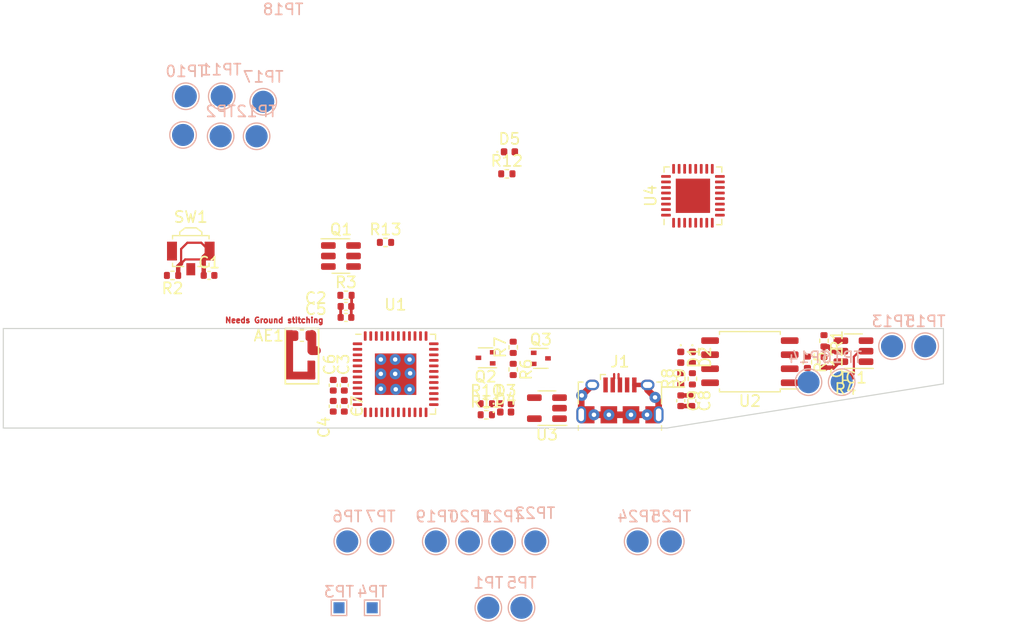
<source format=kicad_pcb>
(kicad_pcb (version 20211014) (generator pcbnew)
  (layers (0 "F.Cu" signal "F.Cu_Signals") (1 "In1.Cu" power "In1.Cu_GND") (2 "In2.Cu" mixed "In2.Cu_Power_GND") (31 "B.Cu" signal "B.Cu_Signals") (34 "B.Paste" user) (35 "F.Paste" user) (36 "B.SilkS" user "B.Silkscreen") (37 "F.SilkS" user "F.Silkscreen") (38 "B.Mask" user) (39 "F.Mask" user) (44 "Edge.Cuts" user))
  (net 0 "")
  (net 1 "EN")
  (net 2 "GND")
  (net 3 "+3.3VA")
  (net 4 "ADC1C0")
  (net 5 "ADC1C1")
  (net 6 "ADC1C2")
  (net 7 "ADC1C3")
  (net 8 "VCC_IN")
  (net 9 "Net-(C12-Pad1)")
  (net 10 "BATT-")
  (net 11 "Net-(D1-Pad1)")
  (net 12 "Net-(D1-Pad2)")
  (net 13 "Net-(D2-Pad1)")
  (net 14 "Net-(D2-Pad2)")
  (net 15 "Net-(D3-Pad1)")
  (net 16 "VCCIO")
  (net 17 "Net-(D4-Pad1)")
  (net 19 "Net-(Q2-Pad1)")
  (net 20 "RTS")
  (net 21 "Net-(Q3-Pad1)")
  (net 22 "IO0")
  (net 23 "DTR")
  (net 24 "BATT+")
  (net 25 "+3V3")
  (net 26 "Net-(IC1-Pad2)")
  (net 27 "Net-(R5-Pad2)")
  (net 28 "Net-(R10-Pad1)")
  (net 29 "Net-(R11-Pad1)")
  (net 30 "IO4")
  (net 31 "TX_ESP")
  (net 32 "RX_ESP")
  (net 33 "IO2")
  (net 34 "IO25")
  (net 35 "IO26")
  (net 36 "IO21")
  (net 37 "IO22")
  (net 38 "IO15")
  (net 39 "IO14")
  (net 40 "IO13")
  (net 41 "IO12")
  (net 42 "IO17")
  (net 43 "IO16")
  (net 44 "Net-(AE1-Pad1)")
  (net 45 "IO34")
  (net 46 "IO35")
  (net 47 "IO32")
  (net 48 "IO33")
  (net 49 "IO27")
  (net 51 "IO9")
  (net 52 "IO10")
  (net 55 "IO7")
  (net 56 "IO8")
  (net 57 "IO5")
  (net 58 "IO18")
  (net 59 "IO23")
  (net 60 "IO19")
  (net 65 "CTS")
  (net 69 "Net-(IC1-Pad1)")
  (net 70 "Net-(IC1-Pad3)")
  (net 76 "Net-(D5-Pad2)")
  (net 77 "Net-(J1-Pad2)")
  (net 78 "Net-(J1-Pad3)")
  (footprint "Diode_SMD:D_0402_1005Metric" (layer "F.Cu") (at 120.4175 82.55)
    (fp_text reference "D4" (at 0 -1.17) (layer "F.SilkS"))
    (fp_text value "RX")
    (pad "1" smd roundrect (at -0.485 0) (size 0.59 0.64) (layers "F.Cu" "F.Paste" "F.Mask") (net 17 "Net-(D4-Pad1)"))
    (pad "2" smd roundrect (at 0.485 0) (size 0.59 0.64) (layers "F.Cu" "F.Paste" "F.Mask") (net 16 "VCCIO"))
  )
  (footprint "Capacitor_SMD:C_0402_1005Metric" (layer "F.Cu") (at 104.83 82.03 -90)
    (fp_text reference "C4" (at 1.9 0.84 -270) (layer "F.SilkS"))
    (fp_text value "0.1uF")
    (pad "1" smd roundrect (at -0.48 0 270) (size 0.56 0.62) (layers "F.Cu" "F.Paste" "F.Mask") (net 2 "GND"))
    (pad "2" smd roundrect (at 0.48 0 270) (size 0.56 0.62) (layers "F.Cu" "F.Paste" "F.Mask") (net 5 "ADC1C1"))
  )
  (footprint "Package_TO_SOT_SMD:SOT-23-6" (layer "F.Cu") (at 105.525 68.445)
    (fp_text reference "Q1" (at 0 -2.4) (layer "F.SilkS"))
    (fp_text value "FS8205A")
    (pad "1" smd roundrect (at -1.1375 -0.95) (size 1.325 0.6) (layers "F.Cu" "F.Paste" "F.Mask") (net 2 "GND"))
    (pad "2" smd roundrect (at -1.1375 0) (size 1.325 0.6) (layers "F.Cu" "F.Paste" "F.Mask"))
    (pad "3" smd roundrect (at -1.1375 0.95) (size 1.325 0.6) (layers "F.Cu" "F.Paste" "F.Mask") (net 10 "BATT-"))
    (pad "4" smd roundrect (at 1.1375 0.95) (size 1.325 0.6) (layers "F.Cu" "F.Paste" "F.Mask") (net 69 "Net-(IC1-Pad1)"))
    (pad "5" smd roundrect (at 1.1375 0) (size 1.325 0.6) (layers "F.Cu" "F.Paste" "F.Mask"))
    (pad "6" smd roundrect (at 1.1375 -0.95) (size 1.325 0.6) (layers "F.Cu" "F.Paste" "F.Mask") (net 70 "Net-(IC1-Pad3)"))
  )
  (footprint "Diode_SMD:D_0402_1005Metric" (layer "F.Cu") (at 136.25 77.6 -90)
    (fp_text reference "D1" (at 0 -1.17 -90) (layer "F.SilkS"))
    (fp_text value "LED")
    (pad "1" smd roundrect (at -0.485 0 270) (size 0.59 0.64) (layers "F.Cu" "F.Paste" "F.Mask") (net 11 "Net-(D1-Pad1)"))
    (pad "2" smd roundrect (at 0.485 0 270) (size 0.59 0.64) (layers "F.Cu" "F.Paste" "F.Mask") (net 12 "Net-(D1-Pad2)"))
  )
  (footprint "Capacitor_SMD:C_0402_1005Metric" (layer "F.Cu") (at 137.25 81.53 -90)
    (fp_text reference "C8" (at 0 -1.16 -270) (layer "F.SilkS"))
    (fp_text value "4.7uF")
    (pad "1" smd roundrect (at -0.48 0 270) (size 0.56 0.62) (layers "F.Cu" "F.Paste" "F.Mask") (net 8 "VCC_IN"))
    (pad "2" smd roundrect (at 0.48 0 270) (size 0.56 0.62) (layers "F.Cu" "F.Paste" "F.Mask") (net 2 "GND"))
  )
  (footprint "Resistor_SMD:R_0402_1005Metric" (layer "F.Cu") (at 105.98 72)
    (fp_text reference "R3" (at 0 -1.17) (layer "F.SilkS"))
    (fp_text value "0R")
    (pad "1" smd roundrect (at -0.51 0) (size 0.54 0.64) (layers "F.Cu" "F.Paste" "F.Mask") (net 25 "+3V3"))
    (pad "2" smd roundrect (at 0.51 0) (size 0.54 0.64) (layers "F.Cu" "F.Paste" "F.Mask") (net 3 "+3.3VA"))
  )
  (footprint "Button_Switch_SMD:SW_SPST_B3U-3100P-B" (layer "F.Cu") (at 91.95 68.82)
    (fp_text reference "SW1" (at 0 -3.9) (layer "F.SilkS"))
    (fp_text value "SW_SPST")
    (pad "" np_thru_hole circle (at 0 -0.82) (size 0.8 0.8) (drill 0.8) (layers *.Cu *.Mask))
    (pad "1" smd rect (at -1.7 -0.82) (size 0.9 1.7) (layers "F.Cu" "F.Paste" "F.Mask") (net 2 "GND"))
    (pad "2" smd rect (at 1.7 -0.82) (size 0.9 1.7) (layers "F.Cu" "F.Paste" "F.Mask") (net 1 "EN"))
    (pad "3" smd rect (at 0 0.82) (size 0.8 1.1) (layers "F.Cu" "F.Paste" "F.Mask"))
  )
  (footprint "Resistor_SMD:R_0402_1005Metric" (layer "F.Cu") (at 151.15 79.3 180)
    (fp_text reference "R4" (at 0 -1.17) (layer "F.SilkS"))
    (fp_text value "1K")
    (pad "1" smd roundrect (at -0.51 0 180) (size 0.54 0.64) (layers "F.Cu" "F.Paste" "F.Mask") (net 26 "Net-(IC1-Pad2)"))
    (pad "2" smd roundrect (at 0.51 0 180) (size 0.54 0.64) (layers "F.Cu" "F.Paste" "F.Mask") (net 2 "GND"))
  )
  (footprint "Capacitor_SMD:C_0402_1005Metric" (layer "F.Cu") (at 93.6 70.2)
    (fp_text reference "C1" (at 0 -1.16) (layer "F.SilkS"))
    (fp_text value "1uF")
    (pad "1" smd roundrect (at -0.48 0) (size 0.56 0.62) (layers "F.Cu" "F.Paste" "F.Mask") (net 1 "EN"))
    (pad "2" smd roundrect (at 0.48 0) (size 0.56 0.62) (layers "F.Cu" "F.Paste" "F.Mask") (net 2 "GND"))
  )
  (footprint "Package_TO_SOT_SMD:SOT-523" (layer "F.Cu") (at 118.6 77.65 180)
    (fp_text reference "Q2" (at 0 -1.7 180) (layer "F.SilkS"))
    (fp_text value "Q_NPN_BEC")
    (pad "1" smd rect (at -0.645 -0.5) (size 0.51 0.4) (layers "F.Cu" "F.Paste" "F.Mask") (net 19 "Net-(Q2-Pad1)"))
    (pad "2" smd rect (at -0.645 0.5) (size 0.51 0.4) (layers "F.Cu" "F.Paste" "F.Mask") (net 20 "RTS"))
    (pad "3" smd rect (at 0.645 0) (size 0.51 0.4) (layers "F.Cu" "F.Paste" "F.Mask") (net 1 "EN"))
  )
  (footprint "Diode_SMD:D_0402_1005Metric" (layer "F.Cu") (at 120.4175 81.8)
    (fp_text reference "D3" (at 0 -1.17) (layer "F.SilkS"))
    (fp_text value "TX")
    (pad "1" smd roundrect (at -0.485 0) (size 0.59 0.64) (layers "F.Cu" "F.Paste" "F.Mask") (net 15 "Net-(D3-Pad1)"))
    (pad "2" smd roundrect (at 0.485 0) (size 0.59 0.64) (layers "F.Cu" "F.Paste" "F.Mask") (net 16 "VCCIO"))
  )
  (footprint "Diode_SMD:D_0402_1005Metric" (layer "F.Cu") (at 120.76 59.025)
    (fp_text reference "D5" (at 0 -1.17) (layer "F.SilkS"))
    (fp_text value "D_Schottky")
    (pad "1" smd roundrect (at -0.485 0) (size 0.59 0.64) (layers "F.Cu" "F.Paste" "F.Mask") (net 8 "VCC_IN"))
    (pad "2" smd roundrect (at 0.485 0) (size 0.59 0.64) (layers "F.Cu" "F.Paste" "F.Mask") (net 76 "Net-(D5-Pad2)"))
  )
  (footprint "Resistor_SMD:R_0402_1005Metric" (layer "F.Cu") (at 121.1 78.7 -90)
    (fp_text reference "R6" (at 0 -1.17 90) (layer "F.SilkS"))
    (fp_text value "10K")
    (pad "1" smd roundrect (at -0.51 0 270) (size 0.54 0.64) (layers "F.Cu" "F.Paste" "F.Mask") (net 23 "DTR"))
    (pad "2" smd roundrect (at 0.51 0 270) (size 0.54 0.64) (layers "F.Cu" "F.Paste" "F.Mask") (net 19 "Net-(Q2-Pad1)"))
  )
  (footprint "Capacitor_SMD:C_0402_1005Metric" (layer "F.Cu") (at 136.25 81.53 -90)
    (fp_text reference "C9" (at 0 -1.16 -270) (layer "F.SilkS"))
    (fp_text value "10nF")
    (pad "1" smd roundrect (at -0.48 0 270) (size 0.56 0.62) (layers "F.Cu" "F.Paste" "F.Mask") (net 8 "VCC_IN"))
    (pad "2" smd roundrect (at 0.48 0 270) (size 0.56 0.62) (layers "F.Cu" "F.Paste" "F.Mask") (net 2 "GND"))
  )
  (footprint "Capacitor_SMD:C_0402_1005Metric" (layer "F.Cu") (at 105.83 80.13 90)
    (fp_text reference "C3" (at 1.88 -0.08 90) (layer "F.SilkS"))
    (fp_text value "0.1uF")
    (pad "1" smd roundrect (at -0.48 0 90) (size 0.56 0.62) (layers "F.Cu" "F.Paste" "F.Mask") (net 2 "GND"))
    (pad "2" smd roundrect (at 0.48 0 90) (size 0.56 0.62) (layers "F.Cu" "F.Paste" "F.Mask") (net 4 "ADC1C0"))
  )
  (footprint "Resistor_SMD:R_0402_1005Metric" (layer "F.Cu") (at 118.6675 82.8)
    (fp_text reference "R11" (at 0 -1.17) (layer "F.SilkS"))
    (fp_text value "270R")
    (pad "1" smd roundrect (at -0.51 0) (size 0.54 0.64) (layers "F.Cu" "F.Paste" "F.Mask") (net 29 "Net-(R11-Pad1)"))
    (pad "2" smd roundrect (at 0.51 0) (size 0.54 0.64) (layers "F.Cu" "F.Paste" "F.Mask") (net 17 "Net-(D4-Pad1)"))
  )
  (footprint "Capacitor_SMD:C_0402_1005Metric" (layer "F.Cu") (at 104.83 80.13 90)
    (fp_text reference "C6" (at 1.88 -0.33 90) (layer "F.SilkS"))
    (fp_text value "0.1uF")
    (pad "1" smd roundrect (at -0.48 0 90) (size 0.56 0.62) (layers "F.Cu" "F.Paste" "F.Mask") (net 2 "GND"))
    (pad "2" smd roundrect (at 0.48 0 90) (size 0.56 0.62) (layers "F.Cu" "F.Paste" "F.Mask") (net 6 "ADC1C2"))
  )
  (footprint "Package_TO_SOT_SMD:SOT-23-6" (layer "F.Cu") (at 151.8625 77.05 180)
    (property "VALUE" "DW01A")
    (fp_text reference "IC1" (at 0 -2.4) (layer "F.SilkS"))
    (fp_text value "DW01A")
    (pad "1" smd roundrect (at -1.1375 -0.95 180) (size 1.325 0.6) (layers "F.Cu" "F.Paste" "F.Mask") (net 69 "Net-(IC1-Pad1)"))
    (pad "2" smd roundrect (at -1.1375 0 180) (size 1.325 0.6) (layers "F.Cu" "F.Paste" "F.Mask") (net 26 "Net-(IC1-Pad2)"))
    (pad "3" smd roundrect (at -1.1375 0.95 180) (size 1.325 0.6) (layers "F.Cu" "F.Paste" "F.Mask") (net 70 "Net-(IC1-Pad3)"))
    (pad "4" smd roundrect (at 1.1375 0.95 180) (size 1.325 0.6) (layers "F.Cu" "F.Paste" "F.Mask"))
    (pad "5" smd roundrect (at 1.1375 0 180) (size 1.325 0.6) (layers "F.Cu" "F.Paste" "F.Mask") (net 9 "Net-(C12-Pad1)"))
    (pad "6" smd roundrect (at 1.1375 -0.95 180) (size 1.325 0.6) (layers "F.Cu" "F.Paste" "F.Mask") (net 10 "BATT-"))
  )
  (footprint "OpenSourceSmartGlasses:ESP32_PICO_D4_smallGND" (layer "F.Cu") (at 110.45 79.1)
    (fp_text reference "U1" (at 0 -6.25 unlocked) (layer "F.SilkS"))
    (fp_text value "ESP32-PICO-D4")
    (pad "1" smd roundrect (at -3.43 -2.72) (size 0.85 0.25) (layers "F.Cu" "F.Paste" "F.Mask") (net 3 "+3.3VA"))
    (pad "2" smd roundrect (at -3.43 -2.22) (size 0.85 0.25) (layers "F.Cu" "F.Paste" "F.Mask") (net 44 "Net-(AE1-Pad1)"))
    (pad "3" smd roundrect (at -3.43 -1.72) (size 0.85 0.25) (layers "F.Cu" "F.Paste" "F.Mask") (net 3 "+3.3VA"))
    (pad "4" smd roundrect (at -3.43 -1.22) (size 0.85 0.25) (layers "F.Cu" "F.Paste" "F.Mask") (net 3 "+3.3VA"))
    (pad "5" smd roundrect (at -3.43 -0.72) (size 0.85 0.25) (layers "F.Cu" "F.Paste" "F.Mask") (net 6 "ADC1C2"))
    (pad "6" smd roundrect (at -3.43 -0.22) (size 0.85 0.25) (layers "F.Cu" "F.Paste" "F.Mask") (net 4 "ADC1C0"))
    (pad "7" smd roundrect (at -3.43 0.28) (size 0.85 0.25) (layers "F.Cu" "F.Paste" "F.Mask") (net 5 "ADC1C1"))
    (pad "8" smd roundrect (at -3.43 0.78) (size 0.85 0.25) (layers "F.Cu" "F.Paste" "F.Mask") (net 7 "ADC1C3"))
    (pad "9" smd roundrect (at -3.43 1.28) (size 0.85 0.25) (layers "F.Cu" "F.Paste" "F.Mask") (net 1 "EN"))
    (pad "10" smd roundrect (at -3.43 1.78) (size 0.85 0.25) (layers "F.Cu" "F.Paste" "F.Mask") (net 45 "IO34"))
    (pad "11" smd roundrect (at -3.43 2.28) (size 0.85 0.25) (layers "F.Cu" "F.Paste" "F.Mask") (net 46 "IO35"))
    (pad "12" smd roundrect (at -3.43 2.78) (size 0.85 0.25) (layers "F.Cu" "F.Paste" "F.Mask") (net 47 "IO32"))
    (pad "13" smd roundrect (at -2.73 3.48) (size 0.25 0.85) (layers "F.Cu" "F.Paste" "F.Mask") (net 48 "IO33"))
    (pad "14" smd roundrect (at -2.23 3.48) (size 0.25 0.85) (layers "F.Cu" "F.Paste" "F.Mask") (net 34 "IO25"))
    (pad "15" smd roundrect (at -1.73 3.48) (size 0.25 0.85) (layers "F.Cu" "F.Paste" "F.Mask") (net 35 "IO26"))
    (pad "16" smd roundrect (at -1.23 3.48) (size 0.25 0.85) (layers "F.Cu" "F.Paste" "F.Mask") (net 49 "IO27"))
    (pad "17" smd roundrect (at -0.73 3.48) (size 0.25 0.85) (layers "F.Cu" "F.Paste" "F.Mask") (net 39 "IO14"))
    (pad "18" smd roundrect (at -0.23 3.48) (size 0.25 0.85) (layers "F.Cu" "F.Paste" "F.Mask") (net 41 "IO12"))
    (pad "19" smd roundrect (at 0.27 3.48) (size 0.25 0.85) (layers "F.Cu" "F.Paste" "F.Mask") (net 3 "+3.3VA"))
    (pad "20" smd roundrect (at 0.77 3.48) (size 0.25 0.85) (layers "F.Cu" "F.Paste" "F.Mask") (net 40 "IO13"))
    (pad "21" smd roundrect (at 1.27 3.48) (size 0.25 0.85) (layers "F.Cu" "F.Paste" "F.Mask") (net 38 "IO15"))
    (pad "22" smd roundrect (at 1.77 3.48) (size 0.25 0.85) (layers "F.Cu" "F.Paste" "F.Mask") (net 33 "IO2"))
    (pad "23" smd roundrect (at 2.27 3.48) (size 0.25 0.85) (layers "F.Cu" "F.Paste" "F.Mask") (net 22 "IO0"))
    (pad "24" smd roundrect (at 2.77 3.48) (size 0.25 0.85) (layers "F.Cu" "F.Paste" "F.Mask") (net 30 "IO4"))
    (pad "25" smd roundrect (at 3.47 2.78) (size 0.85 0.25) (layers "F.Cu" "F.Paste" "F.Mask") (net 43 "IO16"))
    (pad "26" smd roundrect (at 3.47 2.28) (size 0.85 0.25) (layers "F.Cu" "F.Paste" "F.Mask"))
    (pad "27" smd roundrect (at 3.47 1.78) (size 0.85 0.25) (layers "F.Cu" "F.Paste" "F.Mask") (net 42 "IO17"))
    (pad "28" smd roundrect (at 3.47 1.28) (size 0.85 0.25) (layers "F.Cu" "F.Paste" "F.Mask") (net 51 "IO9"))
    (pad "29" smd roundrect (at 3.47 0.78) (size 0.85 0.25) (layers "F.Cu" "F.Paste" "F.Mask") (net 52 "IO10"))
    (pad "30" smd roundrect (at 3.47 0.28) (size 0.85 0.25) (layers "F.Cu" "F.Paste" "F.Mask"))
    (pad "31" smd roundrect (at 3.47 -0.22) (size 0.85 0.25) (layers "F.Cu" "F.Paste" "F.Mask"))
    (pad "32" smd roundrect (at 3.47 -0.72) (size 0.85 0.25) (layers "F.Cu" "F.Paste" "F.Mask") (net 55 "IO7"))
    (pad "33" smd roundrect (at 3.47 -1.22) (size 0.85 0.25) (layers "F.Cu" "F.Paste" "F.Mask") (net 56 "IO8"))
    (pad "34" smd roundrect (at 3.47 -1.72) (size 0.85 0.25) (layers "F.Cu" "F.Paste" "F.Mask") (net 57 "IO5"))
    (pad "35" smd roundrect (at 3.47 -2.22) (size 0.85 0.25) (layers "F.Cu" "F.Paste" "F.Mask") (net 58 "IO18"))
    (pad "36" smd roundrect (at 3.47 -2.72) (size 0.85 0.25) (layers "F.Cu" "F.Paste" "F.Mask") (net 59 "IO23"))
    (pad "37" smd roundrect (at 2.77 -3.42) (size 0.25 0.85) (layers "F.Cu" "F.Paste" "F.Mask") (net 3 "+3.3VA"))
    (pad "38" smd roundrect (at 2.27 -3.42) (size 0.25 0.85) (layers "F.Cu" "F.Paste" "F.Mask") (net 60 "IO19"))
    (pad "39" smd roundrect (at 1.77 -3.42) (size 0.25 0.85) (layers "F.Cu" "F.Paste" "F.Mask") (net 37 "IO22"))
    (pad "40" smd roundrect (at 1.27 -3.42) (size 0.25 0.85) (layers "F.Cu" "F.Paste" "F.Mask") (net 32 "RX_ESP"))
    (pad "41" smd roundrect (at 0.77 -3.42) (size 0.25 0.85) (layers "F.Cu" "F.Paste" "F.Mask") (net 31 "TX_ESP"))
    (pad "42" smd roundrect (at 0.27 -3.42) (size 0.25 0.85) (layers "F.Cu" "F.Paste" "F.Mask") (net 36 "IO21"))
    (pad "43" smd roundrect (at -0.23 -3.42) (size 0.25 0.85) (layers "F.Cu" "F.Paste" "F.Mask") (net 3 "+3.3VA"))
    (pad "44" smd roundrect (at -0.73 -3.42) (size 0.25 0.85) (layers "F.Cu" "F.Paste" "F.Mask"))
    (pad "45" smd roundrect (at -1.23 -3.42) (size 0.25 0.85) (layers "F.Cu" "F.Paste" "F.Mask"))
    (pad "46" smd roundrect (at -1.73 -3.42) (size 0.25 0.85) (layers "F.Cu" "F.Paste" "F.Mask") (net 3 "+3.3VA"))
    (pad "47" smd roundrect (at -2.23 -3.42) (size 0.25 0.85) (layers "F.Cu" "F.Paste" "F.Mask"))
    (pad "48" smd roundrect (at -2.73 -3.42) (size 0.25 0.85) (layers "F.Cu" "F.Paste" "F.Mask"))
    (pad "49" smd rect (at 0.02 0.03) (size 3.75 3.75) (layers "F.Cu" "F.Mask") (net 2 "GND"))
  )
  (footprint "Package_TO_SOT_SMD:SOT-23-5" (layer "F.Cu") (at 124.15 82.2 180)
    (fp_text reference "U3" (at 0 -2.4) (layer "F.SilkS"))
    (fp_text value "XC6222B331MRG")
    (pad "1" smd roundrect (at -1.1375 -0.95 180) (size 1.325 0.6) (layers "F.Cu" "F.Paste" "F.Mask") (net 24 "BATT+"))
    (pad "2" smd roundrect (at -1.1375 0 180) (size 1.325 0.6) (layers "F.Cu" "F.Paste" "F.Mask") (net 2 "GND"))
    (pad "3" smd roundrect (at -1.1375 0.95 180) (size 1.325 0.6) (layers "F.Cu" "F.Paste" "F.Mask") (net 24 "BATT+"))
    (pad "4" smd roundrect (at 1.1375 0.95 180) (size 1.325 0.6) (layers "F.Cu" "F.Paste" "F.Mask"))
    (pad "5" smd roundrect (at 1.1375 -0.95 180) (size 1.325 0.6) (layers "F.Cu" "F.Paste" "F.Mask") (net 25 "+3V3"))
  )
  (footprint "Package_DFN_QFN:QFN-32-1EP_5x5mm_P0.5mm_EP3.1x3.1mm" (layer "F.Cu") (at 137.35 63 90)
    (fp_text reference "U4" (at 0 -3.82 90) (layer "F.SilkS"))
    (fp_text value "FT232RQ")
    (pad "1" smd roundrect (at -2.4375 -1.75 90) (size 0.875 0.25) (layers "F.Cu" "F.Paste" "F.Mask") (net 16 "VCCIO"))
    (pad "2" smd roundrect (at -2.4375 -1.25 90) (size 0.875 0.25) (layers "F.Cu" "F.Paste" "F.Mask") (net 31 "TX_ESP"))
    (pad "3" smd roundrect (at -2.4375 -0.75 90) (size 0.875 0.25) (layers "F.Cu" "F.Paste" "F.Mask"))
    (pad "4" smd roundrect (at -2.4375 -0.25 90) (size 0.875 0.25) (layers "F.Cu" "F.Paste" "F.Mask") (net 2 "GND"))
    (pad "5" smd roundrect (at -2.4375 0.25 90) (size 0.875 0.25) (layers "F.Cu" "F.Paste" "F.Mask"))
    (pad "6" smd roundrect (at -2.4375 0.75 90) (size 0.875 0.25) (layers "F.Cu" "F.Paste" "F.Mask"))
    (pad "7" smd roundrect (at -2.4375 1.25 90) (size 0.875 0.25) (layers "F.Cu" "F.Paste" "F.Mask"))
    (pad "8" smd roundrect (at -2.4375 1.75 90) (size 0.875 0.25) (layers "F.Cu" "F.Paste" "F.Mask") (net 65 "CTS"))
    (pad "9" smd roundrect (at -1.75 2.4375 90) (size 0.25 0.875) (layers "F.Cu" "F.Paste" "F.Mask"))
    (pad "10" smd roundrect (at -1.25 2.4375 90) (size 0.25 0.875) (layers "F.Cu" "F.Paste" "F.Mask"))
    (pad "11" smd roundrect (at -0.75 2.4375 90) (size 0.25 0.875) (layers "F.Cu" "F.Paste" "F.Mask"))
    (pad "12" smd roundrect (at -0.25 2.4375 90) (size 0.25 0.875) (layers "F.Cu" "F.Paste" "F.Mask"))
    (pad "13" smd roundrect (at 0.25 2.4375 90) (size 0.25 0.875) (layers "F.Cu" "F.Paste" "F.Mask"))
    (pad "14" smd roundrect (at 0.75 2.4375 90) (size 0.25 0.875) (layers "F.Cu" "F.Paste" "F.Mask") (net 78 "Net-(J1-Pad3)"))
    (pad "15" smd roundrect (at 1.25 2.4375 90) (size 0.25 0.875) (layers "F.Cu" "F.Paste" "F.Mask") (net 77 "Net-(J1-Pad2)"))
    (pad "16" smd roundrect (at 1.75 2.4375 90) (size 0.25 0.875) (layers "F.Cu" "F.Paste" "F.Mask") (net 16 "VCCIO"))
    (pad "17" smd roundrect (at 2.4375 1.75 90) (size 0.875 0.25) (layers "F.Cu" "F.Paste" "F.Mask") (net 2 "GND"))
    (pad "18" smd roundrect (at 2.4375 1.25 90) (size 0.875 0.25) (layers "F.Cu" "F.Paste" "F.Mask"))
    (pad "19" smd roundrect (at 2.4375 0.75 90) (size 0.875 0.25) (layers "F.Cu" "F.Paste" "F.Mask") (net 8 "VCC_IN"))
    (pad "20" smd roundrect (at 2.4375 0.25 90) (size 0.875 0.25) (layers "F.Cu" "F.Paste" "F.Mask") (net 2 "GND"))
    (pad "21" smd roundrect (at 2.4375 -0.25 90) (size 0.875 0.25) (layers "F.Cu" "F.Paste" "F.Mask") (net 29 "Net-(R11-Pad1)"))
    (pad "22" smd roundrect (at 2.4375 -0.75 90) (size 0.875 0.25) (layers "F.Cu" "F.Paste" "F.Mask") (net 28 "Net-(R10-Pad1)"))
    (pad "23" smd roundrect (at 2.4375 -1.25 90) (size 0.875 0.25) (layers "F.Cu" "F.Paste" "F.Mask"))
    (pad "24" smd roundrect (at 2.4375 -1.75 90) (size 0.875 0.25) (layers "F.Cu" "F.Paste" "F.Mask") (net 2 "GND"))
    (pad "25" smd roundrect (at 1.75 -2.4375 90) (size 0.25 0.875) (layers "F.Cu" "F.Paste" "F.Mask"))
    (pad "26" smd roundrect (at 1.25 -2.4375 90) (size 0.25 0.875) (layers "F.Cu" "F.Paste" "F.Mask"))
    (pad "27" smd roundrect (at 0.75 -2.4375 90) (size 0.25 0.875) (layers "F.Cu" "F.Paste" "F.Mask"))
    (pad "28" smd roundrect (at 0.25 -2.4375 90) (size 0.25 0.875) (layers "F.Cu" "F.Paste" "F.Mask"))
    (pad "29" smd roundrect (at -0.25 -2.4375 90) (size 0.25 0.875) (layers "F.Cu" "F.Paste" "F.Mask"))
    (pad "30" smd roundrect (at -0.75 -2.4375 90) (size 0.25 0.875) (layers "F.Cu" "F.Paste" "F.Mask") (net 32 "RX_ESP"))
    (pad "31" smd roundrect (at -1.25 -2.4375 90) (size 0.25 0.875) (layers "F.Cu" "F.Paste" "F.Mask") (net 23 "DTR"))
    (pad "32" smd roundrect (at -1.75 -2.4375 90) (size 0.25 0.875) (layers "F.Cu" "F.Paste" "F.Mask") (net 20 "RTS"))
    (pad "33" smd rect (at 0 0 90) (size 3.1 3.1) (layers "F.Cu" "F.Mask"))
  )
  (footprint "Capacitor_SMD:C_0603_1608Metric" (layer "F.Cu") (at 102 75.65 180)
    (fp_text reference "AE1" (at 3 0) (layer "F.SilkS"))
    (fp_text value "2450AT14A0100T")
    (pad "1" smd roundrect (at -0.775 0 180) (size 0.9 0.95) (layers "F.Cu" "F.Paste" "F.Mask") (net 44 "Net-(AE1-Pad1)"))
    (pad "2" smd roundrect (at 0.775 0 180) (size 0.9 0.95) (layers "F.Cu" "F.Paste" "F.Mask"))
  )
  (footprint "Resistor_SMD:R_0402_1005Metric" (layer "F.Cu") (at 137.3 79.55 90)
    (fp_text reference "R9" (at 0 -1.17 90) (layer "F.SilkS"))
    (fp_text value "330R")
    (pad "1" smd roundrect (at -0.51 0 90) (size 0.54 0.64) (layers "F.Cu" "F.Paste" "F.Mask") (net 8 "VCC_IN"))
    (pad "2" smd roundrect (at 0.51 0 90) (size 0.54 0.64) (layers "F.Cu" "F.Paste" "F.Mask") (net 14 "Net-(D2-Pad2)"))
  )
  (footprint "Capacitor_SMD:C_0402_1005Metric" (layer "F.Cu") (at 105.83 82.03 -90)
    (fp_text reference "C7" (at 0 -1.16 -270) (layer "F.SilkS"))
    (fp_text value "0.1uF")
    (pad "1" smd roundrect (at -0.48 0 270) (size 0.56 0.62) (layers "F.Cu" "F.Paste" "F.Mask") (net 2 "GND"))
    (pad "2" smd roundrect (at 0.48 0 270) (size 0.56 0.62) (layers "F.Cu" "F.Paste" "F.Mask") (net 7 "ADC1C3"))
  )
  (footprint "Connector_USB:USB_Micro-B_Amphenol_10118194_Horizontal" (layer "F.Cu") (at 130.75 81.5)
    (fp_text reference "J1" (at 0 -3.5) (layer "F.SilkS"))
    (fp_text value "USB_B_Micro")
    (pad "1" smd rect (at -1.3 -1.4) (size 0.4 1.35) (layers "F.Cu" "F.Paste" "F.Mask") (net 76 "Net-(D5-Pad2)"))
    (pad "2" smd rect (at -0.65 -1.4) (size 0.4 1.35) (layers "F.Cu" "F.Paste" "F.Mask") (net 77 "Net-(J1-Pad2)"))
    (pad "3" smd rect (at 0 -1.4) (size 0.4 1.35) (layers "F.Cu" "F.Paste" "F.Mask") (net 78 "Net-(J1-Pad3)"))
    (pad "4" smd rect (at 0.65 -1.4) (size 0.4 1.35) (layers "F.Cu" "F.Paste" "F.Mask"))
    (pad "5" smd rect (at 1.3 -1.4) (size 0.4 1.35) (layers "F.Cu" "F.Paste" "F.Mask") (net 2 "GND"))
    (pad "6" smd rect (at 1 1.3) (size 1.5 1.55) (layers "F.Cu" "F.Paste" "F.Mask") (net 2 "GND"))
    (pad "6" thru_hole oval (at -2.5 -1.4) (size 1.25 0.95) (drill oval 0.85 0.55) (layers *.Cu *.Mask) (net 2 "GND"))
    (pad "6" smd rect (at -1 1.3) (size 1.5 1.55) (layers "F.Cu" "F.Paste" "F.Mask") (net 2 "GND"))
    (pad "6" thru_hole oval (at 3.5 1.3) (size 0.89 1.55) (drill oval 0.5 1.15) (layers *.Cu *.Mask) (net 2 "GND"))
    (pad "6" thru_hole oval (at -3.5 1.3) (size 0.89 1.55) (drill oval 0.5 1.15) (layers *.Cu *.Mask) (net 2 "GND"))
    (pad "6" smd rect (at 2.9 1.3) (size 1.2 1.55) (layers "F.Cu" "F.Paste" "F.Mask") (net 2 "GND"))
    (pad "6" thru_hole oval (at 2.5 -1.4) (size 1.25 0.95) (drill oval 0.85 0.55) (layers *.Cu *.Mask) (net 2 "GND"))
    (pad "6" smd rect (at -2.9 1.3) (size 1.2 1.55) (layers "F.Cu" "F.Paste" "F.Mask") (net 2 "GND"))
  )
  (footprint "Resistor_SMD:R_0402_1005Metric" (layer "F.Cu") (at 109.555 67.215)
    (fp_text reference "R13" (at 0 -1.17) (layer "F.SilkS"))
    (fp_text value "160K")
    (pad "1" smd roundrect (at -0.51 0) (size 0.54 0.64) (layers "F.Cu" "F.Paste" "F.Mask") (net 46 "IO35"))
    (pad "2" smd roundrect (at 0.51 0) (size 0.54 0.64) (layers "F.Cu" "F.Paste" "F.Mask") (net 2 "GND"))
  )
  (footprint "Package_TO_SOT_SMD:SOT-523" (layer "F.Cu") (at 123.6 77.7)
    (fp_text reference "Q3" (at 0 -1.7) (layer "F.SilkS"))
    (fp_text value "Q_NPN_BEC")
    (pad "1" smd rect (at -0.645 -0.5 180) (size 0.51 0.4) (layers "F.Cu" "F.Paste" "F.Mask") (net 21 "Net-(Q3-Pad1)"))
    (pad "2" smd rect (at -0.645 0.5 180) (size 0.51 0.4) (layers "F.Cu" "F.Paste" "F.Mask") (net 22 "IO0"))
    (pad "3" smd rect (at 0.645 0 180) (size 0.51 0.4) (layers "F.Cu" "F.Paste" "F.Mask") (net 23 "DTR"))
  )
  (footprint "Capacitor_SMD:C_0402_1005Metric" (layer "F.Cu") (at 105.98 73 180)
    (fp_text reference "C2" (at 2.73 0.75) (layer "F.SilkS"))
    (fp_text value "10uF")
    (pad "1" smd roundrect (at -0.48 0 180) (size 0.56 0.62) (layers "F.Cu" "F.Paste" "F.Mask") (net 3 "+3.3VA"))
    (pad "2" smd roundrect (at 0.48 0 180) (size 0.56 0.62) (layers "F.Cu" "F.Paste" "F.Mask") (net 2 "GND"))
  )
  (footprint "Resistor_SMD:R_0402_1005Metric" (layer "F.Cu") (at 136.25 79.55 90)
    (fp_text reference "R8" (at 0 -1.17 90) (layer "F.SilkS"))
    (fp_text value "330R")
    (pad "1" smd roundrect (at -0.51 0 90) (size 0.54 0.64) (layers "F.Cu" "F.Paste" "F.Mask") (net 8 "VCC_IN"))
    (pad "2" smd roundrect (at 0.51 0 90) (size 0.54 0.64) (layers "F.Cu" "F.Paste" "F.Mask") (net 12 "Net-(D1-Pad2)"))
  )
  (footprint "Package_SO:SOP-8_5.28x5.23mm_P1.27mm" (layer "F.Cu") (at 142.5 78 180)
    (fp_text reference "U2" (at 0 -3.56) (layer "F.SilkS"))
    (fp_text value "TP4056")
    (pad "1" smd roundrect (at -3.6 -1.905 180) (size 1.6 0.6) (layers "F.Cu" "F.Paste" "F.Mask") (net 2 "GND"))
    (pad "2" smd roundrect (at -3.6 -0.635 180) (size 1.6 0.6) (layers "F.Cu" "F.Paste" "F.Mask") (net 27 "Net-(R5-Pad2)"))
    (pad "3" smd roundrect (at -3.6 0.635 180) (size 1.6 0.6) (layers "F.Cu" "F.Paste" "F.Mask") (net 2 "GND"))
    (pad "4" smd roundrect (at -3.6 1.905 180) (size 1.6 0.6) (layers "F.Cu" "F.Paste" "F.Mask") (net 8 "VCC_IN"))
    (pad "5" smd roundrect (at 3.6 1.905 180) (size 1.6 0.6) (layers "F.Cu" "F.Paste" "F.Mask") (net 24 "BATT+"))
    (pad "6" smd roundrect (at 3.6 0.635 180) (size 1.6 0.6) (layers "F.Cu" "F.Paste" "F.Mask") (net 11 "Net-(D1-Pad1)"))
    (pad "7" smd roundrect (at 3.6 -0.635 180) (size 1.6 0.6) (layers "F.Cu" "F.Paste" "F.Mask") (net 13 "Net-(D2-Pad1)"))
    (pad "8" smd roundrect (at 3.6 -1.905 180) (size 1.6 0.6) (layers "F.Cu" "F.Paste" "F.Mask") (net 8 "VCC_IN"))
  )
  (footprint "Capacitor_SMD:C_0402_1005Metric" (layer "F.Cu") (at 149.2 78.06 -90)
    (fp_text reference "C12" (at 0 -1.16 90) (layer "F.SilkS"))
    (fp_text value "100nF")
    (pad "1" smd roundrect (at -0.48 0 270) (size 0.56 0.62) (layers "F.Cu" "F.Paste" "F.Mask") (net 9 "Net-(C12-Pad1)"))
    (pad "2" smd roundrect (at 0.48 0 270) (size 0.56 0.62) (layers "F.Cu" "F.Paste" "F.Mask") (net 10 "BATT-"))
  )
  (footprint "Resistor_SMD:R_0402_1005Metric" (layer "F.Cu") (at 147.7 78.05 -90)
    (fp_text reference "R5" (at 0 -1.17 90) (layer "F.SilkS"))
    (fp_text value "4K")
    (pad "1" smd roundrect (at -0.51 0 270) (size 0.54 0.64) (layers "F.Cu" "F.Paste" "F.Mask") (net 2 "GND"))
    (pad "2" smd roundrect (at 0.51 0 270) (size 0.54 0.64) (layers "F.Cu" "F.Paste" "F.Mask") (net 27 "Net-(R5-Pad2)"))
  )
  (footprint "Resistor_SMD:R_0402_1005Metric" (layer "F.Cu") (at 90.3 70.2 180)
    (fp_text reference "R2" (at 0 -1.17) (layer "F.SilkS"))
    (fp_text value "10K")
    (pad "1" smd roundrect (at -0.51 0 180) (size 0.54 0.64) (layers "F.Cu" "F.Paste" "F.Mask") (net 1 "EN"))
    (pad "2" smd roundrect (at 0.51 0 180) (size 0.54 0.64) (layers "F.Cu" "F.Paste" "F.Mask") (net 25 "+3V3"))
  )
  (footprint "Diode_SMD:D_0402_1005Metric" (layer "F.Cu") (at 137.3 77.6 -90)
    (fp_text reference "D2" (at 0 -1.17 -90) (layer "F.SilkS"))
    (fp_text value "LED")
    (pad "1" smd roundrect (at -0.485 0 270) (size 0.59 0.64) (layers "F.Cu" "F.Paste" "F.Mask") (net 13 "Net-(D2-Pad1)"))
    (pad "2" smd roundrect (at 0.485 0 270) (size 0.59 0.64) (layers "F.Cu" "F.Paste" "F.Mask") (net 14 "Net-(D2-Pad2)"))
  )
  (footprint "Capacitor_SMD:C_0402_1005Metric" (layer "F.Cu") (at 105.98 74 180)
    (fp_text reference "C5" (at 2.73 0.75) (layer "F.SilkS"))
    (fp_text value "0.1uF")
    (pad "1" smd roundrect (at -0.48 0 180) (size 0.56 0.62) (layers "F.Cu" "F.Paste" "F.Mask") (net 3 "+3.3VA"))
    (pad "2" smd roundrect (at 0.48 0 180) (size 0.56 0.62) (layers "F.Cu" "F.Paste" "F.Mask") (net 2 "GND"))
  )
  (footprint "Resistor_SMD:R_0402_1005Metric" (layer "F.Cu") (at 118.6675 81.8)
    (fp_text reference "R10" (at 0 -1.17) (layer "F.SilkS"))
    (fp_text value "270R")
    (pad "1" smd roundrect (at -0.51 0) (size 0.54 0.64) (layers "F.Cu" "F.Paste" "F.Mask") (net 28 "Net-(R10-Pad1)"))
    (pad "2" smd roundrect (at 0.51 0) (size 0.54 0.64) (layers "F.Cu" "F.Paste" "F.Mask") (net 15 "Net-(D3-Pad1)"))
  )
  (footprint "Resistor_SMD:R_0402_1005Metric" (layer "F.Cu") (at 121.1 76.7 90)
    (fp_text reference "R7" (at 0 -1.17 90) (layer "F.SilkS"))
    (fp_text value "10K")
    (pad "1" smd roundrect (at -0.51 0 90) (size 0.54 0.64) (layers "F.Cu" "F.Paste" "F.Mask") (net 20 "RTS"))
    (pad "2" smd roundrect (at 0.51 0 90) (size 0.54 0.64) (layers "F.Cu" "F.Paste" "F.Mask") (net 21 "Net-(Q3-Pad1)"))
  )
  (footprint "Resistor_SMD:R_0402_1005Metric" (layer "F.Cu") (at 149.2 76.11 -90)
    (fp_text reference "R1" (at 0 -1.17 90) (layer "F.SilkS"))
    (fp_text value "100")
    (pad "1" smd roundrect (at -0.51 0 270) (size 0.54 0.64) (layers "F.Cu" "F.Paste" "F.Mask") (net 24 "BATT+"))
    (pad "2" smd roundrect (at 0.51 0 270) (size 0.54 0.64) (layers "F.Cu" "F.Paste" "F.Mask") (net 9 "Net-(C12-Pad1)"))
  )
  (footprint "Resistor_SMD:R_0402_1005Metric" (layer "F.Cu") (at 120.525 61.015)
    (fp_text reference "R12" (at 0 -1.17) (layer "F.SilkS"))
    (fp_text value "442K")
    (pad "1" smd roundrect (at -0.51 0) (size 0.54 0.64) (layers "F.Cu" "F.Paste" "F.Mask") (net 24 "BATT+"))
    (pad "2" smd roundrect (at 0.51 0) (size 0.54 0.64) (layers "F.Cu" "F.Paste" "F.Mask") (net 46 "IO35"))
  )
  (footprint "OpenSourceSmartGlasses:BreakoutPadSmall" (layer "B.Cu") (at 150.8 79.85 180)
    (fp_text reference "TP16" (at 0 2.25 unlocked) (layer "B.SilkS") (effects (justify mirror)))
    (fp_text value "R_Neg_Battery_Terminal")
    (pad "1" smd circle (at 0 0 180) (size 2 2) (layers "B.Cu" "B.Mask") (net 10 "BATT-"))
  )
  (footprint "OpenSourceSmartGlasses:BreakoutPadSmall" (layer "B.Cu") (at 94.65 57.62 180)
    (fp_text reference "TP2" (at 0 2.25 unlocked) (layer "B.SilkS") (effects (justify mirror)))
    (fp_text value "IO36_ADC1C2")
    (pad "1" smd circle (at 0 0 180) (size 2 2) (layers "B.Cu" "B.Mask") (net 6 "ADC1C2"))
  )
  (footprint "OpenSourceSmartGlasses:BreakoutPadSmall" (layer "B.Cu") (at 135.35 94.25 180)
    (fp_text reference "TP25" (at 0 2.25 unlocked) (layer "B.SilkS") (effects (justify mirror)))
    (fp_text value "IO16_U2RXD")
    (pad "1" smd circle (at 0 0 180) (size 2 2) (layers "B.Cu" "B.Mask") (net 43 "IO16"))
  )
  (footprint "OpenSourceSmartGlasses:BreakoutPadSmall" (layer "B.Cu") (at 118.85 100.25 180)
    (fp_text reference "TP1" (at 0 2.25 unlocked) (layer "B.SilkS") (effects (justify mirror)))
    (fp_text value "IO4_Touch0")
    (pad "1" smd circle (at 0 0 180) (size 2 2) (layers "B.Cu" "B.Mask") (net 30 "IO4"))
  )
  (footprint "OpenSourceSmartGlasses:BreakoutPadSmall" (layer "B.Cu") (at 106.1 94.25 180)
    (fp_text reference "TP6" (at 0 2.25 unlocked) (layer "B.SilkS") (effects (justify mirror)))
    (fp_text value "IO25_DAC1")
    (pad "1" smd circle (at 0 0 180) (size 2 2) (layers "B.Cu" "B.Mask") (net 34 "IO25"))
  )
  (footprint "OpenSourceSmartGlasses:BreakoutPadSmall" (layer "B.Cu") (at 91.25 57.5 180)
    (fp_text reference "TP18" (at -9.046479 11.353521 unlocked) (layer "B.SilkS") (effects (justify mirror)))
    (fp_text value "GND_Breakout")
    (pad "1" smd circle (at 0 0 180) (size 2 2) (layers "B.Cu" "B.Mask") (net 2 "GND"))
  )
  (footprint "OpenSourceSmartGlasses:BreakoutPadSmall" (layer "B.Cu") (at 94.75 54 180)
    (fp_text reference "TP11" (at 0.05 2.4 unlocked) (layer "B.SilkS") (effects (justify mirror)))
    (fp_text value "IO38_ADC1C1")
    (pad "1" smd circle (at 0 0 180) (size 2 2) (layers "B.Cu" "B.Mask") (net 5 "ADC1C1"))
  )
  (footprint "OpenSourceSmartGlasses:BreakoutPadSmall" (layer "B.Cu") (at 91.5 54 180)
    (fp_text reference "TP10" (at 0 2.25 unlocked) (layer "B.SilkS") (effects (justify mirror)))
    (fp_text value "IO37_ADC1C0")
    (pad "1" smd circle (at 0 0 180) (size 2 2) (layers "B.Cu" "B.Mask") (net 4 "ADC1C0"))
  )
  (footprint "OpenSourceSmartGlasses:BreakoutPadSmall" (layer "B.Cu") (at 117.1 94.25 180)
    (fp_text reference "TP20" (at 0 2.25 unlocked) (layer "B.SilkS") (effects (justify mirror)))
    (fp_text value "IO15_SPI2_SCLK")
    (pad "1" smd circle (at 0 0 180) (size 2 2) (layers "B.Cu" "B.Mask") (net 39 "IO14"))
  )
  (footprint "OpenSourceSmartGlasses:BreakoutPadSmall" (layer "B.Cu") (at 120.1 94.25 180)
    (fp_text reference "TP21" (at 0 2.25 unlocked) (layer "B.SilkS") (effects (justify mirror)))
    (fp_text value "IO15_SPI2_MOSI")
    (pad "1" smd circle (at 0 0 180) (size 2 2) (layers "B.Cu" "B.Mask") (net 40 "IO13"))
  )
  (footprint "OpenSourceSmartGlasses:BreakoutPadSmall" (layer "B.Cu") (at 132.35 94.25 180)
    (fp_text reference "TP24" (at 0 2.25 unlocked) (layer "B.SilkS") (effects (justify mirror)))
    (fp_text value "IO17_U2TXD")
    (pad "1" smd circle (at 0 0 180) (size 2 2) (layers "B.Cu" "B.Mask") (net 42 "IO17"))
  )
  (footprint "OpenSourceSmartGlasses:BreakoutPadSmall" (layer "B.Cu") (at 114.1 94.25 180)
    (fp_text reference "TP19" (at 0 2.25 unlocked) (layer "B.SilkS") (effects (justify mirror)))
    (fp_text value "IO15_SPI2_CS")
    (pad "1" smd circle (at 0 0 180) (size 2 2) (layers "B.Cu" "B.Mask") (net 38 "IO15"))
  )
  (footprint "OpenSourceSmartGlasses:BreakoutPadSmall" (layer "B.Cu") (at 109.1 94.25 180)
    (fp_text reference "TP7" (at 0 2.25 unlocked) (layer "B.SilkS") (effects (justify mirror)))
    (fp_text value "IO26_DAC2")
    (pad "1" smd circle (at 0 0 180) (size 2 2) (layers "B.Cu" "B.Mask") (net 35 "IO26"))
  )
  (footprint "TestPoint:TestPoint_Pad_1.0x1.0mm" (layer "B.Cu") (at 108.35 100.25 180)
    (fp_text reference "TP4" (at 0 1.448) (layer "B.SilkS") (effects (justify mirror)))
    (fp_text value "RXIN")
    (pad "1" smd rect (at 0 0 180) (size 1 1) (layers "B.Cu" "B.Mask") (net 32 "RX_ESP"))
  )
  (footprint "OpenSourceSmartGlasses:BreakoutPadSmall" (layer "B.Cu") (at 147.8 79.85 180)
    (fp_text reference "TP14" (at 0 2.25 unlocked) (layer "B.SilkS") (effects (justify mirror)))
    (fp_text value "L_Neg_Battery_Terminal")
    (pad "1" smd circle (at 0 0 180) (size 2 2) (layers "B.Cu" "B.Mask") (net 10 "BATT-"))
  )
  (footprint "OpenSourceSmartGlasses:BreakoutPadSmall" (layer "B.Cu") (at 158.35 76.6 180)
    (fp_text reference "TP15" (at 0 2.25 unlocked) (layer "B.SilkS") (effects (justify mirror)))
    (fp_text value "R_Pos_Battery_Terminal")
    (pad "1" smd circle (at 0 0 180) (size 2 2) (layers "B.Cu" "B.Mask") (net 24 "BATT+"))
  )
  (footprint "TestPoint:TestPoint_Pad_1.0x1.0mm" (layer "B.Cu") (at 105.35 100.25 180)
    (fp_text reference "TP3" (at 0 1.448) (layer "B.SilkS") (effects (justify mirror)))
    (fp_text value "TXIN")
    (pad "1" smd rect (at 0 0 180) (size 1 1) (layers "B.Cu" "B.Mask") (net 31 "TX_ESP"))
  )
  (footprint "OpenSourceSmartGlasses:BreakoutPadSmall" (layer "B.Cu") (at 97.9 57.62 180)
    (fp_text reference "TP12" (at 0 2.25 unlocked) (layer "B.SilkS") (effects (justify mirror)))
    (fp_text value "IO39_ADC1C3")
    (pad "1" smd circle (at 0 0 180) (size 2 2) (layers "B.Cu" "B.Mask") (net 7 "ADC1C3"))
  )
  (footprint "OpenSourceSmartGlasses:BreakoutPadSmall" (layer "B.Cu") (at 98.5 54.5 180)
    (fp_text reference "TP17" (at 0 2.25 unlocked) (layer "B.SilkS") (effects (justify mirror)))
    (fp_text value "+3.3V_Breakout")
    (pad "1" smd circle (at 0 0 180) (size 2 2) (layers "B.Cu" "B.Mask") (net 25 "+3V3"))
  )
  (footprint "OpenSourceSmartGlasses:BreakoutPadSmall" (layer "B.Cu") (at 155.35 76.6 180)
    (fp_text reference "TP13" (at 0 2.25 unlocked) (layer "B.SilkS") (effects (justify mirror)))
    (fp_text value "L_Pos_Battery_Terminal")
    (pad "1" smd circle (at 0 0 180) (size 2 2) (layers "B.Cu" "B.Mask") (net 24 "BATT+"))
  )
  (footprint "OpenSourceSmartGlasses:BreakoutPadSmall" (layer "B.Cu") (at 123.1 94.25 180)
    (fp_text reference "TP22" (at 0.04 2.55 unlocked) (layer "B.SilkS") (effects (justify mirror)))
    (fp_text value "IO15_SPI2_MISO")
    (pad "1" smd circle (at 0 0 180) (size 2 2) (layers "B.Cu" "B.Mask") (net 41 "IO12"))
  )
  (footprint "OpenSourceSmartGlasses:BreakoutPadSmall" (layer "B.Cu") (at 121.85 100.25 180)
    (fp_text reference "TP5" (at 0 2.25 unlocked) (layer "B.SilkS") (effects (justify mirror)))
    (fp_text value "IO2_Touch2")
    (pad "1" smd circle (at 0 0 180) (size 2 2) (layers "B.Cu" "B.Mask") (net 33 "IO2"))
  )
  (gr_rect (start 100.6 79.5) (end 103.1 79) (layer "F.Cu") (width 0.2) (fill solid))
  (gr_rect (start 103.1 79.5) (end 102.6 78) (layer "F.Cu") (width 0.2) (fill solid))
  (gr_rect (start 100.6 75.25) (end 101.1 79.4) (layer "F.Cu") (width 0.2) (fill solid))
  (gr_line (start 100.5 75) (end 100.5 80) (layer "F.SilkS") (width 0.15))
  (gr_line (start 103.5 75) (end 100.5 75) (layer "F.SilkS") (width 0.15))
  (gr_line (start 103.5 80) (end 103.5 75) (layer "F.SilkS") (width 0.15))
  (gr_line (start 100.5 80) (end 103.5 80) (layer "F.SilkS") (width 0.15))
  (gr_line (start 75 84) (end 75 75) (layer "Edge.Cuts") (width 0.1))
  (gr_line (start 75 75) (end 160 75) (layer "Edge.Cuts") (width 0.1))
  (gr_line (start 135 84) (end 75 84) (layer "Edge.Cuts") (width 0.1))
  (gr_line (start 135 84) (end 160 80) (layer "Edge.Cuts") (width 0.1))
  (gr_line (start 160 80) (end 160 75) (layer "Edge.Cuts") (width 0.1))
  (gr_text "Needs Ground stitching\n" (at 99.5 74.25) (layer "F.Cu") (effects (font (size 0.5 0.5) (thickness 0.125))))
  (segment (start 91.446479 68.753521) (end 91.075 69.125) (width 0.2) (layer "F.Cu") (net 1))
  (segment (start 92.896479 67.246479) (end 91.63788 67.246479) (width 0.2) (layer "F.Cu") (net 1))
  (segment (start 92.896479 68.753521) (end 91.446479 68.753521) (width 0.2) (layer "F.Cu") (net 1))
  (segment (start 93.12 68.53) (end 92.896479 68.753521) (width 0.2) (layer "F.Cu") (net 1))
  (segment (start 93.65 68) (end 92.896479 67.246479) (width 0.2) (layer "F.Cu") (net 1))
  (segment (start 93.12 68.53) (end 93.65 68) (width 0.4) (layer "F.Cu") (net 1))
  (segment (start 91.075 67.809359) (end 91.075 69.125) (width 0.2) (layer "F.Cu") (net 1))
  (segment (start 91.075 69.125) (end 90.81 69.39) (width 0.4) (layer "F.Cu") (net 1))
  (segment (start 91.63788 67.246479) (end 91.075 67.809359) (width 0.2) (layer "F.Cu") (net 1))
  (segment (start 93.12 70.2) (end 93.12 68.53) (width 0.4) (layer "F.Cu") (net 1))
  (segment (start 90.81 69.39) (end 90.81 70.2) (width 0.4) (layer "F.Cu") (net 1))
  (segment (start 136.24 82) (end 136.25 82.01) (width 0.4) (layer "F.Cu") (net 2))
  (segment (start 129.75 82.8) (end 131.75 82.8) (width 0.6) (layer "F.Cu") (net 2))
  (segment (start 133.25 80.55) (end 133.925 81.225) (width 0.6) (layer "F.Cu") (net 2))
  (segment (start 133.925 81.225) (end 134.25 81.55) (width 0.6) (layer "F.Cu") (net 2))
  (segment (start 127.85 82.8) (end 128.4 82.8) (width 0.6) (layer "F.Cu") (net 2))
  (segment (start 133.2 82.8) (end 133.65 82.8) (width 0.6) (layer "F.Cu") (net 2))
  (segment (start 128.25 80.1) (end 127.3 81.05) (width 0.6) (layer "F.Cu") (net 2))
  (segment (start 104.75 80.68) (end 104.83 80.6) (width 0.25) (layer "F.Cu") (net 2))
  (segment (start 134.25 81.55) (end 134.25 82.8) (width 0.6) (layer "F.Cu") (net 2))
  (segment (start 127.25 81.1) (end 127.25 82.8) (width 0.6) (layer "F.Cu") (net 2))
  (segment (start 131.75 82.8) (end 133.2 82.8) (width 0.6) (layer "F.Cu") (net 2))
  (segment (start 127.3 81.05) (end 127.25 81.1) (width 0.6) (layer "F.Cu") (net 2))
  (segment (start 104.76 80.53) (end 104.83 80.6) (width 0.25) (layer "F.Cu") (net 2))
  (segment (start 133.25 80.1) (end 133.25 80.55) (width 0.6) (layer "F.Cu") (net 2))
  (segment (start 136.25 82.01) (end 137.25 82.01) (width 0.4) (layer "F.Cu") (net 2))
  (segment (start 132.05 80.1) (end 133.25 80.1) (width 0.4) (layer "F.Cu") (net 2))
  (segment (start 128.4 82.8) (end 129.75 82.8) (width 0.6) (layer "F.Cu") (net 2))
  (segment (start 105.5 73) (end 105.5 74) (width 0.25) (layer "F.Cu") (net 2))
  (via (at 110.43 79.1) (size 1) (drill 0.4) (layers "F.Cu" "B.Cu") (net 2))
  (via (at 127.3 81.05) (size 1) (drill 0.4) (layers "F.Cu" "B.Cu") (net 2))
  (via (at 109.13 77.8) (size 1) (drill 0.4) (layers "F.Cu" "B.Cu") (net 2))
  (via (at 111.78 79.05) (size 1) (drill 0.4) (layers "F.Cu" "B.Cu") (net 2))
  (via (at 110.48 80.5) (size 1) (drill 0.4) (layers "F.Cu" "B.Cu") (net 2))
  (via (at 111.73 77.8) (size 1) (drill 0.4) (layers "F.Cu" "B.Cu") (net 2))
  (via (at 110.43 77.8) (size 1) (drill 0.4) (layers "F.Cu" "B.Cu") (net 2))
  (via (at 109.13 80.45) (size 1) (drill 0.4) (layers "F.Cu" "B.Cu") (net 2))
  (via (at 131.75 82.8) (size 1) (drill 0.4) (layers "F.Cu" "B.Cu") (net 2))
  (via (at 109.13 79.1) (size 1) (drill 0.4) (layers "F.Cu" "B.Cu") (net 2))
  (via (at 128.4 82.8) (size 1) (drill 0.4) (layers "F.Cu" "B.Cu") (net 2))
  (via (at 133.925 81.225) (size 1) (drill 0.4) (layers "F.Cu" "B.Cu") (net 2))
  (via (at 129.75 82.8) (size 1) (drill 0.4) (layers "F.Cu" "B.Cu") (net 2))
  (via (at 133.2 82.8) (size 1) (drill 0.4) (layers "F.Cu" "B.Cu") (net 2))
  (via (at 111.73 80.5) (size 1) (drill 0.4) (layers "F.Cu" "B.Cu") (net 2))
  (segment (start 106.49 72) (end 106.49 72.97) (width 0.25) (layer "F.Cu") (net 3))
  (segment (start 106.46 74) (end 106.46 73) (width 0.25) (layer "F.Cu") (net 3))
  (segment (start 106.49 72.97) (end 106.46 73) (width 0.25) (layer "F.Cu") (net 3))
  (segment (start 104.7 79.53) (end 104.83 79.66) (width 0.25) (layer "F.Cu") (net 6))
  (segment (start 104.81 79.68) (end 104.83 79.66) (width 0.25) (layer "F.Cu") (net 6))
  (segment (start 137.25 81.05) (end 136.25 81.05) (width 0.4) (layer "F.Cu") (net 8))
  (segment (start 137.34 80.06) (end 137.3 80.02) (width 0.4) (layer "F.Cu") (net 8))
  (segment (start 149.57 76.62) (end 150 77.05) (width 0.4) (layer "F.Cu") (net 9))
  (segment (start 149.2 76.62) (end 149.57 76.62) (width 0.4) (layer "F.Cu") (net 9))
  (segment (start 149.2 76.62) (end 149.2 77.58) (width 0.25) (layer "F.Cu") (net 9))
  (segment (start 150 77.05) (end 150.725 77.05) (width 0.4) (layer "F.Cu") (net 9))
  (segment (start 150.01 78.54) (end 149.2 78.54) (width 0.4) (layer "F.Cu") (net 10))
  (segment (start 150.725 78) (end 150.55 78) (width 0.4) (layer "F.Cu") (net 10))
  (segment (start 150.55 78) (end 150.01 78.54) (width 0.4) (layer "F.Cu") (net 10))
  (segment (start 151.9 77.55) (end 151.9 79.06) (width 0.2) (layer "F.Cu") (net 26))
  (segment (start 153 77.05) (end 152.4 77.05) (width 0.2) (layer "F.Cu") (net 26))
  (segment (start 151.9 79.06) (end 151.66 79.3) (width 0.2) (layer "F.Cu") (net 26))
  (segment (start 152.4 77.05) (end 151.9 77.55) (width 0.2) (layer "F.Cu") (net 26))
  (segment (start 102.9 75.5375) (end 102.9 76.8625) (width 0.8) (layer "F.Cu") (net 44))
  (segment (start 102.9 76.8625) (end 102.9 77) (width 0.8) (layer "F.Cu") (net 44))
  (segment (start 102.9 77) (end 103.3 77) (width 0.8) (layer "F.Cu") (net 44))
  (segment (start 130.225 79.5) (end 130.225 79.120271) (width 0.2) (layer "F.Cu") (net 77))
  (segment (start 130.1 79.625) (end 130.225 79.5) (width 0.2) (layer "F.Cu") (net 77))
  (segment (start 130.1 80.1) (end 130.1 79.625) (width 0.2) (layer "F.Cu") (net 77))
  (segment (start 130.75 79.625) (end 130.625 79.5) (width 0.2) (layer "F.Cu") (net 78))
  (segment (start 130.75 80.1) (end 130.75 79.625) (width 0.2) (layer "F.Cu") (net 78))
  (segment (start 130.625 79.5) (end 130.625 79.120271) (width 0.2) (layer "F.Cu") (net 78))
)
</source>
